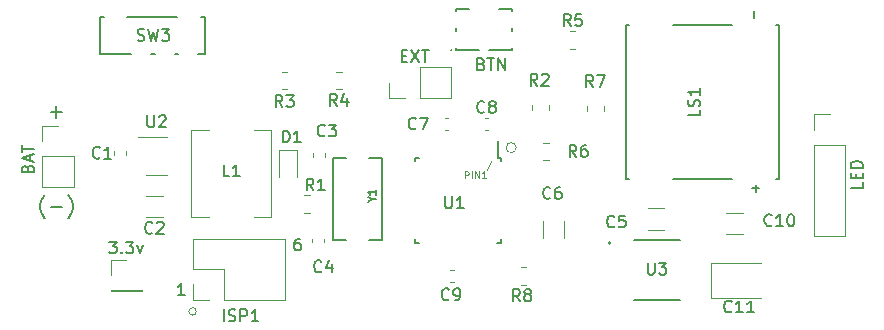
<source format=gbr>
%TF.GenerationSoftware,KiCad,Pcbnew,(5.1.9-0-10_14)*%
%TF.CreationDate,2022-07-10T13:30:40-04:00*%
%TF.ProjectId,raygun,72617967-756e-42e6-9b69-6361645f7063,rev?*%
%TF.SameCoordinates,Original*%
%TF.FileFunction,Legend,Top*%
%TF.FilePolarity,Positive*%
%FSLAX46Y46*%
G04 Gerber Fmt 4.6, Leading zero omitted, Abs format (unit mm)*
G04 Created by KiCad (PCBNEW (5.1.9-0-10_14)) date 2022-07-10 13:30:40*
%MOMM*%
%LPD*%
G01*
G04 APERTURE LIST*
%ADD10C,0.150000*%
%ADD11C,0.120000*%
%ADD12C,0.060000*%
%ADD13C,0.200000*%
%ADD14C,0.127000*%
G04 APERTURE END LIST*
D10*
X106515476Y-87802380D02*
X106325000Y-87802380D01*
X106229761Y-87850000D01*
X106182142Y-87897619D01*
X106086904Y-88040476D01*
X106039285Y-88230952D01*
X106039285Y-88611904D01*
X106086904Y-88707142D01*
X106134523Y-88754761D01*
X106229761Y-88802380D01*
X106420238Y-88802380D01*
X106515476Y-88754761D01*
X106563095Y-88707142D01*
X106610714Y-88611904D01*
X106610714Y-88373809D01*
X106563095Y-88278571D01*
X106515476Y-88230952D01*
X106420238Y-88183333D01*
X106229761Y-88183333D01*
X106134523Y-88230952D01*
X106086904Y-88278571D01*
X106039285Y-88373809D01*
X96760714Y-92602380D02*
X96189285Y-92602380D01*
X96475000Y-92602380D02*
X96475000Y-91602380D01*
X96379761Y-91745238D01*
X96284523Y-91840476D01*
X96189285Y-91888095D01*
D11*
X122650000Y-81250000D02*
X122325000Y-82025000D01*
D12*
X120450000Y-82696428D02*
X120450000Y-82096428D01*
X120678571Y-82096428D01*
X120735714Y-82125000D01*
X120764285Y-82153571D01*
X120792857Y-82210714D01*
X120792857Y-82296428D01*
X120764285Y-82353571D01*
X120735714Y-82382142D01*
X120678571Y-82410714D01*
X120450000Y-82410714D01*
X121050000Y-82696428D02*
X121050000Y-82096428D01*
X121335714Y-82696428D02*
X121335714Y-82096428D01*
X121678571Y-82696428D01*
X121678571Y-82096428D01*
X122278571Y-82696428D02*
X121935714Y-82696428D01*
X122107142Y-82696428D02*
X122107142Y-82096428D01*
X122050000Y-82182142D01*
X121992857Y-82239285D01*
X121935714Y-82267857D01*
D10*
X83453571Y-81863095D02*
X83501190Y-81720238D01*
X83548809Y-81672619D01*
X83644047Y-81625000D01*
X83786904Y-81625000D01*
X83882142Y-81672619D01*
X83929761Y-81720238D01*
X83977380Y-81815476D01*
X83977380Y-82196428D01*
X82977380Y-82196428D01*
X82977380Y-81863095D01*
X83025000Y-81767857D01*
X83072619Y-81720238D01*
X83167857Y-81672619D01*
X83263095Y-81672619D01*
X83358333Y-81720238D01*
X83405952Y-81767857D01*
X83453571Y-81863095D01*
X83453571Y-82196428D01*
X83691666Y-81244047D02*
X83691666Y-80767857D01*
X83977380Y-81339285D02*
X82977380Y-81005952D01*
X83977380Y-80672619D01*
X82977380Y-80482142D02*
X82977380Y-79910714D01*
X83977380Y-80196428D02*
X82977380Y-80196428D01*
D11*
X124824264Y-80100000D02*
G75*
G03*
X124824264Y-80100000I-424264J0D01*
G01*
D10*
X154152380Y-83042857D02*
X154152380Y-83519047D01*
X153152380Y-83519047D01*
X153628571Y-82709523D02*
X153628571Y-82376190D01*
X154152380Y-82233333D02*
X154152380Y-82709523D01*
X153152380Y-82709523D01*
X153152380Y-82233333D01*
X154152380Y-81804761D02*
X153152380Y-81804761D01*
X153152380Y-81566666D01*
X153200000Y-81423809D01*
X153295238Y-81328571D01*
X153390476Y-81280952D01*
X153580952Y-81233333D01*
X153723809Y-81233333D01*
X153914285Y-81280952D01*
X154009523Y-81328571D01*
X154104761Y-81423809D01*
X154152380Y-81566666D01*
X154152380Y-81804761D01*
X90371428Y-88052380D02*
X90990476Y-88052380D01*
X90657142Y-88433333D01*
X90800000Y-88433333D01*
X90895238Y-88480952D01*
X90942857Y-88528571D01*
X90990476Y-88623809D01*
X90990476Y-88861904D01*
X90942857Y-88957142D01*
X90895238Y-89004761D01*
X90800000Y-89052380D01*
X90514285Y-89052380D01*
X90419047Y-89004761D01*
X90371428Y-88957142D01*
X91419047Y-88957142D02*
X91466666Y-89004761D01*
X91419047Y-89052380D01*
X91371428Y-89004761D01*
X91419047Y-88957142D01*
X91419047Y-89052380D01*
X91800000Y-88052380D02*
X92419047Y-88052380D01*
X92085714Y-88433333D01*
X92228571Y-88433333D01*
X92323809Y-88480952D01*
X92371428Y-88528571D01*
X92419047Y-88623809D01*
X92419047Y-88861904D01*
X92371428Y-88957142D01*
X92323809Y-89004761D01*
X92228571Y-89052380D01*
X91942857Y-89052380D01*
X91847619Y-89004761D01*
X91800000Y-88957142D01*
X92752380Y-88385714D02*
X92990476Y-89052380D01*
X93228571Y-88385714D01*
X121866666Y-73028571D02*
X122009523Y-73076190D01*
X122057142Y-73123809D01*
X122104761Y-73219047D01*
X122104761Y-73361904D01*
X122057142Y-73457142D01*
X122009523Y-73504761D01*
X121914285Y-73552380D01*
X121533333Y-73552380D01*
X121533333Y-72552380D01*
X121866666Y-72552380D01*
X121961904Y-72600000D01*
X122009523Y-72647619D01*
X122057142Y-72742857D01*
X122057142Y-72838095D01*
X122009523Y-72933333D01*
X121961904Y-72980952D01*
X121866666Y-73028571D01*
X121533333Y-73028571D01*
X122390476Y-72552380D02*
X122961904Y-72552380D01*
X122676190Y-73552380D02*
X122676190Y-72552380D01*
X123295238Y-73552380D02*
X123295238Y-72552380D01*
X123866666Y-73552380D01*
X123866666Y-72552380D01*
X115128571Y-72303571D02*
X115461904Y-72303571D01*
X115604761Y-72827380D02*
X115128571Y-72827380D01*
X115128571Y-71827380D01*
X115604761Y-71827380D01*
X115938095Y-71827380D02*
X116604761Y-72827380D01*
X116604761Y-71827380D02*
X115938095Y-72827380D01*
X116842857Y-71827380D02*
X117414285Y-71827380D01*
X117128571Y-72827380D02*
X117128571Y-71827380D01*
D11*
X97741228Y-93966227D02*
G75*
G03*
X97741228Y-93966227I-316228J0D01*
G01*
D13*
X84909523Y-86083333D02*
X84847619Y-86021428D01*
X84723809Y-85835714D01*
X84661904Y-85711904D01*
X84600000Y-85526190D01*
X84538095Y-85216666D01*
X84538095Y-84969047D01*
X84600000Y-84659523D01*
X84661904Y-84473809D01*
X84723809Y-84350000D01*
X84847619Y-84164285D01*
X84909523Y-84102380D01*
X85404761Y-85092857D02*
X86395238Y-85092857D01*
X86890476Y-86083333D02*
X86952380Y-86021428D01*
X87076190Y-85835714D01*
X87138095Y-85711904D01*
X87200000Y-85526190D01*
X87261904Y-85216666D01*
X87261904Y-84969047D01*
X87200000Y-84659523D01*
X87138095Y-84473809D01*
X87076190Y-84350000D01*
X86952380Y-84164285D01*
X86890476Y-84102380D01*
D10*
X85404761Y-77067857D02*
X86395238Y-77067857D01*
X85900000Y-77563095D02*
X85900000Y-76572619D01*
D13*
%TO.C,SW1*%
X119350000Y-71800000D02*
G75*
G03*
X119350000Y-71800000I-50000J0D01*
G01*
D14*
X124450000Y-68560000D02*
X124450000Y-68350000D01*
X119750000Y-68560000D02*
X119750000Y-68350000D01*
X119750000Y-70250000D02*
X119750000Y-69950000D01*
X124450000Y-69940000D02*
X124450000Y-70250000D01*
X119750000Y-71850000D02*
X119750000Y-71660000D01*
X121640000Y-71850000D02*
X119750000Y-71850000D01*
X124450000Y-71850000D02*
X124450000Y-71640000D01*
X122520000Y-71850000D02*
X124450000Y-71850000D01*
X120800000Y-68350000D02*
X119750000Y-68350000D01*
X124450000Y-68350000D02*
X123400000Y-68350000D01*
D11*
%TO.C,R8*%
X125197936Y-91710000D02*
X125652064Y-91710000D01*
X125197936Y-90240000D02*
X125652064Y-90240000D01*
%TO.C,R7*%
X132260000Y-77027064D02*
X132260000Y-76572936D01*
X130790000Y-77027064D02*
X130790000Y-76572936D01*
%TO.C,R6*%
X127577064Y-79715000D02*
X127122936Y-79715000D01*
X127577064Y-81185000D02*
X127122936Y-81185000D01*
%TO.C,ISP1*%
X97495400Y-91670480D02*
X97495400Y-93000480D01*
X97495400Y-93000480D02*
X98825400Y-93000480D01*
X97495400Y-90400480D02*
X100095400Y-90400480D01*
X100095400Y-90400480D02*
X100095400Y-93000480D01*
X100095400Y-93000480D02*
X105235400Y-93000480D01*
X105235400Y-87800480D02*
X105235400Y-93000480D01*
X97495400Y-87800480D02*
X105235400Y-87800480D01*
X97495400Y-87800480D02*
X97495400Y-90400480D01*
D13*
%TO.C,SW3*%
X92200000Y-72200000D02*
X89550000Y-72200000D01*
X89550000Y-72200000D02*
X89550000Y-69000000D01*
X89550000Y-69000000D02*
X89900000Y-69000000D01*
X96100000Y-69000000D02*
X91900000Y-69000000D01*
X98100000Y-69000000D02*
X98450000Y-69000000D01*
X98450000Y-69000000D02*
X98450000Y-72200000D01*
X98450000Y-72200000D02*
X97900000Y-72200000D01*
X96200000Y-72200000D02*
X95900000Y-72200000D01*
X94200000Y-72200000D02*
X93900000Y-72200000D01*
D11*
%TO.C,R5*%
X129372936Y-70265000D02*
X129827064Y-70265000D01*
X129372936Y-71735000D02*
X129827064Y-71735000D01*
%TO.C,SWTCH1*%
X119270000Y-75930000D02*
X119270000Y-73270000D01*
X116670000Y-75930000D02*
X119270000Y-75930000D01*
X116670000Y-73270000D02*
X119270000Y-73270000D01*
X116670000Y-75930000D02*
X116670000Y-73270000D01*
X115400000Y-75930000D02*
X114070000Y-75930000D01*
X114070000Y-75930000D02*
X114070000Y-74600000D01*
%TO.C,R4*%
X110056664Y-73687000D02*
X109602536Y-73687000D01*
X110056664Y-75157000D02*
X109602536Y-75157000D01*
%TO.C,R3*%
X105433864Y-73687000D02*
X104979736Y-73687000D01*
X105433864Y-75157000D02*
X104979736Y-75157000D01*
D14*
%TO.C,LS1*%
X134389000Y-82750800D02*
X134089000Y-82750800D01*
X134089000Y-82750800D02*
X134089000Y-69750800D01*
X134089000Y-69750800D02*
X134389000Y-69750800D01*
X138089000Y-69750800D02*
X143089000Y-69750800D01*
X146789000Y-69750800D02*
X147089000Y-69750800D01*
X147089000Y-69750800D02*
X147089000Y-82750800D01*
X147089000Y-82750800D02*
X146789000Y-82750800D01*
X143089000Y-82750800D02*
X138089000Y-82750800D01*
X145089000Y-83850800D02*
X145089000Y-83250800D01*
X144789000Y-83550800D02*
X145389000Y-83550800D01*
X144989000Y-69150800D02*
X144989000Y-68550800D01*
D11*
%TO.C,L1*%
X97285600Y-78596000D02*
X98785600Y-78596000D01*
X97285600Y-85996000D02*
X98785600Y-85996000D01*
X97285600Y-78596000D02*
X97285600Y-85996000D01*
X104085600Y-85996000D02*
X102585600Y-85996000D01*
X104085600Y-78596000D02*
X102585600Y-78596000D01*
X104085600Y-85996000D02*
X104085600Y-78596000D01*
D14*
%TO.C,Y1*%
X109341700Y-80955000D02*
X110381700Y-80955000D01*
X109341700Y-87955000D02*
X109341700Y-80955000D01*
X110381700Y-87955000D02*
X109341700Y-87955000D01*
X113441700Y-87955000D02*
X112401700Y-87955000D01*
X113441700Y-80955000D02*
X113441700Y-87955000D01*
X112401700Y-80955000D02*
X113441700Y-80955000D01*
%TO.C,U3*%
X134816300Y-92999800D02*
X138716300Y-92999800D01*
X134816300Y-87949800D02*
X138716300Y-87949800D01*
D13*
X132826300Y-88169800D02*
G75*
G03*
X132826300Y-88169800I-100000J0D01*
G01*
D11*
%TO.C,U2*%
X95261000Y-79212800D02*
X92811000Y-79212800D01*
X93461000Y-82432800D02*
X95261000Y-82432800D01*
D10*
%TO.C,U1*%
X123300700Y-80944300D02*
X123300700Y-79519300D01*
X123525700Y-88194300D02*
X123525700Y-87869300D01*
X116275700Y-88194300D02*
X116275700Y-87869300D01*
X116275700Y-80944300D02*
X116275700Y-81269300D01*
X123525700Y-80944300D02*
X123525700Y-81269300D01*
X116275700Y-80944300D02*
X116600700Y-80944300D01*
X116275700Y-88194300D02*
X116600700Y-88194300D01*
X123525700Y-88194300D02*
X123200700Y-88194300D01*
X123525700Y-80944300D02*
X123300700Y-80944300D01*
D11*
%TO.C,R2*%
X127635000Y-76927064D02*
X127635000Y-76472936D01*
X126165000Y-76927064D02*
X126165000Y-76472936D01*
%TO.C,R1*%
X107327064Y-84140000D02*
X106872936Y-84140000D01*
X107327064Y-85610000D02*
X106872936Y-85610000D01*
%TO.C,LED1*%
X150028600Y-77283000D02*
X151358600Y-77283000D01*
X150028600Y-78613000D02*
X150028600Y-77283000D01*
X150028600Y-79883000D02*
X152688600Y-79883000D01*
X152688600Y-79883000D02*
X152688600Y-87563000D01*
X150028600Y-79883000D02*
X150028600Y-87563000D01*
X150028600Y-87563000D02*
X152688600Y-87563000D01*
%TO.C,D1*%
X104765000Y-80315000D02*
X104765000Y-82600000D01*
X106235000Y-80315000D02*
X104765000Y-80315000D01*
X106235000Y-82600000D02*
X106235000Y-80315000D01*
%TO.C,C11*%
X141354800Y-92848400D02*
X145564800Y-92848400D01*
X141354800Y-89828400D02*
X141354800Y-92848400D01*
X145564800Y-89828400D02*
X141354800Y-89828400D01*
%TO.C,C10*%
X142595548Y-87422400D02*
X144018052Y-87422400D01*
X142595548Y-85602400D02*
X144018052Y-85602400D01*
%TO.C,C9*%
X119259420Y-91510000D02*
X119540580Y-91510000D01*
X119259420Y-90490000D02*
X119540580Y-90490000D01*
%TO.C,C8*%
X122147420Y-78615000D02*
X122428580Y-78615000D01*
X122147420Y-77595000D02*
X122428580Y-77595000D01*
%TO.C,C7*%
X118782220Y-78589600D02*
X119063380Y-78589600D01*
X118782220Y-77569600D02*
X119063380Y-77569600D01*
%TO.C,C6*%
X128875200Y-87757052D02*
X128875200Y-86334548D01*
X127055200Y-87757052D02*
X127055200Y-86334548D01*
%TO.C,C5*%
X137363252Y-85246800D02*
X135940748Y-85246800D01*
X137363252Y-87066800D02*
X135940748Y-87066800D01*
%TO.C,C4*%
X107528900Y-87832320D02*
X107528900Y-88113480D01*
X108548900Y-87832320D02*
X108548900Y-88113480D01*
%TO.C,C3*%
X108612400Y-80874180D02*
X108612400Y-80593020D01*
X107592400Y-80874180D02*
X107592400Y-80593020D01*
%TO.C,C2*%
X94894452Y-84180000D02*
X93471948Y-84180000D01*
X94894452Y-86000000D02*
X93471948Y-86000000D01*
%TO.C,C1*%
X90777600Y-80402820D02*
X90777600Y-80683980D01*
X91797600Y-80402820D02*
X91797600Y-80683980D01*
%TO.C,BAT1*%
X84699800Y-78248200D02*
X86029800Y-78248200D01*
X84699800Y-79578200D02*
X84699800Y-78248200D01*
X84699800Y-80848200D02*
X87359800Y-80848200D01*
X87359800Y-80848200D02*
X87359800Y-83448200D01*
X84699800Y-80848200D02*
X84699800Y-83448200D01*
X84699800Y-83448200D02*
X87359800Y-83448200D01*
%TO.C,3.3v1*%
X90491000Y-89576600D02*
X91821000Y-89576600D01*
X90491000Y-90906600D02*
X90491000Y-89576600D01*
X90491000Y-92176600D02*
X93151000Y-92176600D01*
X93151000Y-92176600D02*
X93151000Y-92236600D01*
X90491000Y-92176600D02*
X90491000Y-92236600D01*
X90491000Y-92236600D02*
X93151000Y-92236600D01*
%TO.C,R8*%
D10*
X125133333Y-93102380D02*
X124800000Y-92626190D01*
X124561904Y-93102380D02*
X124561904Y-92102380D01*
X124942857Y-92102380D01*
X125038095Y-92150000D01*
X125085714Y-92197619D01*
X125133333Y-92292857D01*
X125133333Y-92435714D01*
X125085714Y-92530952D01*
X125038095Y-92578571D01*
X124942857Y-92626190D01*
X124561904Y-92626190D01*
X125704761Y-92530952D02*
X125609523Y-92483333D01*
X125561904Y-92435714D01*
X125514285Y-92340476D01*
X125514285Y-92292857D01*
X125561904Y-92197619D01*
X125609523Y-92150000D01*
X125704761Y-92102380D01*
X125895238Y-92102380D01*
X125990476Y-92150000D01*
X126038095Y-92197619D01*
X126085714Y-92292857D01*
X126085714Y-92340476D01*
X126038095Y-92435714D01*
X125990476Y-92483333D01*
X125895238Y-92530952D01*
X125704761Y-92530952D01*
X125609523Y-92578571D01*
X125561904Y-92626190D01*
X125514285Y-92721428D01*
X125514285Y-92911904D01*
X125561904Y-93007142D01*
X125609523Y-93054761D01*
X125704761Y-93102380D01*
X125895238Y-93102380D01*
X125990476Y-93054761D01*
X126038095Y-93007142D01*
X126085714Y-92911904D01*
X126085714Y-92721428D01*
X126038095Y-92626190D01*
X125990476Y-92578571D01*
X125895238Y-92530952D01*
%TO.C,R7*%
X131333333Y-74977380D02*
X131000000Y-74501190D01*
X130761904Y-74977380D02*
X130761904Y-73977380D01*
X131142857Y-73977380D01*
X131238095Y-74025000D01*
X131285714Y-74072619D01*
X131333333Y-74167857D01*
X131333333Y-74310714D01*
X131285714Y-74405952D01*
X131238095Y-74453571D01*
X131142857Y-74501190D01*
X130761904Y-74501190D01*
X131666666Y-73977380D02*
X132333333Y-73977380D01*
X131904761Y-74977380D01*
%TO.C,R6*%
X129908333Y-80877380D02*
X129575000Y-80401190D01*
X129336904Y-80877380D02*
X129336904Y-79877380D01*
X129717857Y-79877380D01*
X129813095Y-79925000D01*
X129860714Y-79972619D01*
X129908333Y-80067857D01*
X129908333Y-80210714D01*
X129860714Y-80305952D01*
X129813095Y-80353571D01*
X129717857Y-80401190D01*
X129336904Y-80401190D01*
X130765476Y-79877380D02*
X130575000Y-79877380D01*
X130479761Y-79925000D01*
X130432142Y-79972619D01*
X130336904Y-80115476D01*
X130289285Y-80305952D01*
X130289285Y-80686904D01*
X130336904Y-80782142D01*
X130384523Y-80829761D01*
X130479761Y-80877380D01*
X130670238Y-80877380D01*
X130765476Y-80829761D01*
X130813095Y-80782142D01*
X130860714Y-80686904D01*
X130860714Y-80448809D01*
X130813095Y-80353571D01*
X130765476Y-80305952D01*
X130670238Y-80258333D01*
X130479761Y-80258333D01*
X130384523Y-80305952D01*
X130336904Y-80353571D01*
X130289285Y-80448809D01*
%TO.C,ISP1*%
X100047619Y-94802380D02*
X100047619Y-93802380D01*
X100476190Y-94754761D02*
X100619047Y-94802380D01*
X100857142Y-94802380D01*
X100952380Y-94754761D01*
X101000000Y-94707142D01*
X101047619Y-94611904D01*
X101047619Y-94516666D01*
X101000000Y-94421428D01*
X100952380Y-94373809D01*
X100857142Y-94326190D01*
X100666666Y-94278571D01*
X100571428Y-94230952D01*
X100523809Y-94183333D01*
X100476190Y-94088095D01*
X100476190Y-93992857D01*
X100523809Y-93897619D01*
X100571428Y-93850000D01*
X100666666Y-93802380D01*
X100904761Y-93802380D01*
X101047619Y-93850000D01*
X101476190Y-94802380D02*
X101476190Y-93802380D01*
X101857142Y-93802380D01*
X101952380Y-93850000D01*
X102000000Y-93897619D01*
X102047619Y-93992857D01*
X102047619Y-94135714D01*
X102000000Y-94230952D01*
X101952380Y-94278571D01*
X101857142Y-94326190D01*
X101476190Y-94326190D01*
X103000000Y-94802380D02*
X102428571Y-94802380D01*
X102714285Y-94802380D02*
X102714285Y-93802380D01*
X102619047Y-93945238D01*
X102523809Y-94040476D01*
X102428571Y-94088095D01*
%TO.C,SW3*%
X92766666Y-71004761D02*
X92909523Y-71052380D01*
X93147619Y-71052380D01*
X93242857Y-71004761D01*
X93290476Y-70957142D01*
X93338095Y-70861904D01*
X93338095Y-70766666D01*
X93290476Y-70671428D01*
X93242857Y-70623809D01*
X93147619Y-70576190D01*
X92957142Y-70528571D01*
X92861904Y-70480952D01*
X92814285Y-70433333D01*
X92766666Y-70338095D01*
X92766666Y-70242857D01*
X92814285Y-70147619D01*
X92861904Y-70100000D01*
X92957142Y-70052380D01*
X93195238Y-70052380D01*
X93338095Y-70100000D01*
X93671428Y-70052380D02*
X93909523Y-71052380D01*
X94100000Y-70338095D01*
X94290476Y-71052380D01*
X94528571Y-70052380D01*
X94814285Y-70052380D02*
X95433333Y-70052380D01*
X95100000Y-70433333D01*
X95242857Y-70433333D01*
X95338095Y-70480952D01*
X95385714Y-70528571D01*
X95433333Y-70623809D01*
X95433333Y-70861904D01*
X95385714Y-70957142D01*
X95338095Y-71004761D01*
X95242857Y-71052380D01*
X94957142Y-71052380D01*
X94861904Y-71004761D01*
X94814285Y-70957142D01*
%TO.C,R5*%
X129433333Y-69802380D02*
X129100000Y-69326190D01*
X128861904Y-69802380D02*
X128861904Y-68802380D01*
X129242857Y-68802380D01*
X129338095Y-68850000D01*
X129385714Y-68897619D01*
X129433333Y-68992857D01*
X129433333Y-69135714D01*
X129385714Y-69230952D01*
X129338095Y-69278571D01*
X129242857Y-69326190D01*
X128861904Y-69326190D01*
X130338095Y-68802380D02*
X129861904Y-68802380D01*
X129814285Y-69278571D01*
X129861904Y-69230952D01*
X129957142Y-69183333D01*
X130195238Y-69183333D01*
X130290476Y-69230952D01*
X130338095Y-69278571D01*
X130385714Y-69373809D01*
X130385714Y-69611904D01*
X130338095Y-69707142D01*
X130290476Y-69754761D01*
X130195238Y-69802380D01*
X129957142Y-69802380D01*
X129861904Y-69754761D01*
X129814285Y-69707142D01*
%TO.C,R4*%
X109633333Y-76552380D02*
X109300000Y-76076190D01*
X109061904Y-76552380D02*
X109061904Y-75552380D01*
X109442857Y-75552380D01*
X109538095Y-75600000D01*
X109585714Y-75647619D01*
X109633333Y-75742857D01*
X109633333Y-75885714D01*
X109585714Y-75980952D01*
X109538095Y-76028571D01*
X109442857Y-76076190D01*
X109061904Y-76076190D01*
X110490476Y-75885714D02*
X110490476Y-76552380D01*
X110252380Y-75504761D02*
X110014285Y-76219047D01*
X110633333Y-76219047D01*
%TO.C,R3*%
X105033333Y-76652380D02*
X104700000Y-76176190D01*
X104461904Y-76652380D02*
X104461904Y-75652380D01*
X104842857Y-75652380D01*
X104938095Y-75700000D01*
X104985714Y-75747619D01*
X105033333Y-75842857D01*
X105033333Y-75985714D01*
X104985714Y-76080952D01*
X104938095Y-76128571D01*
X104842857Y-76176190D01*
X104461904Y-76176190D01*
X105366666Y-75652380D02*
X105985714Y-75652380D01*
X105652380Y-76033333D01*
X105795238Y-76033333D01*
X105890476Y-76080952D01*
X105938095Y-76128571D01*
X105985714Y-76223809D01*
X105985714Y-76461904D01*
X105938095Y-76557142D01*
X105890476Y-76604761D01*
X105795238Y-76652380D01*
X105509523Y-76652380D01*
X105414285Y-76604761D01*
X105366666Y-76557142D01*
%TO.C,LS1*%
X140383157Y-76896749D02*
X140383157Y-77375231D01*
X139378346Y-77375231D01*
X140335309Y-76609661D02*
X140383157Y-76466116D01*
X140383157Y-76226875D01*
X140335309Y-76131179D01*
X140287461Y-76083331D01*
X140191764Y-76035483D01*
X140096068Y-76035483D01*
X140000372Y-76083331D01*
X139952524Y-76131179D01*
X139904675Y-76226875D01*
X139856827Y-76418268D01*
X139808979Y-76513964D01*
X139761131Y-76561812D01*
X139665435Y-76609661D01*
X139569738Y-76609661D01*
X139474042Y-76561812D01*
X139426194Y-76513964D01*
X139378346Y-76418268D01*
X139378346Y-76179027D01*
X139426194Y-76035483D01*
X140383157Y-75078520D02*
X140383157Y-75652698D01*
X140383157Y-75365609D02*
X139378346Y-75365609D01*
X139521890Y-75461305D01*
X139617587Y-75557001D01*
X139665435Y-75652698D01*
%TO.C,L1*%
X100544333Y-82545180D02*
X100068142Y-82545180D01*
X100068142Y-81545180D01*
X101401476Y-82545180D02*
X100830047Y-82545180D01*
X101115761Y-82545180D02*
X101115761Y-81545180D01*
X101020523Y-81688038D01*
X100925285Y-81783276D01*
X100830047Y-81830895D01*
%TO.C,Y1*%
X112633727Y-84481041D02*
X112939169Y-84481041D01*
X112297741Y-84694851D02*
X112633727Y-84481041D01*
X112297741Y-84267232D01*
X112939169Y-83717437D02*
X112939169Y-84083967D01*
X112939169Y-83900702D02*
X112297741Y-83900702D01*
X112389374Y-83961790D01*
X112450462Y-84022879D01*
X112481006Y-84083967D01*
%TO.C,U3*%
X135966295Y-89850980D02*
X135966295Y-90660504D01*
X136013914Y-90755742D01*
X136061533Y-90803361D01*
X136156771Y-90850980D01*
X136347247Y-90850980D01*
X136442485Y-90803361D01*
X136490104Y-90755742D01*
X136537723Y-90660504D01*
X136537723Y-89850980D01*
X136918676Y-89850980D02*
X137537723Y-89850980D01*
X137204390Y-90231933D01*
X137347247Y-90231933D01*
X137442485Y-90279552D01*
X137490104Y-90327171D01*
X137537723Y-90422409D01*
X137537723Y-90660504D01*
X137490104Y-90755742D01*
X137442485Y-90803361D01*
X137347247Y-90850980D01*
X137061533Y-90850980D01*
X136966295Y-90803361D01*
X136918676Y-90755742D01*
%TO.C,U2*%
X93599095Y-77375180D02*
X93599095Y-78184704D01*
X93646714Y-78279942D01*
X93694333Y-78327561D01*
X93789571Y-78375180D01*
X93980047Y-78375180D01*
X94075285Y-78327561D01*
X94122904Y-78279942D01*
X94170523Y-78184704D01*
X94170523Y-77375180D01*
X94599095Y-77470419D02*
X94646714Y-77422800D01*
X94741952Y-77375180D01*
X94980047Y-77375180D01*
X95075285Y-77422800D01*
X95122904Y-77470419D01*
X95170523Y-77565657D01*
X95170523Y-77660895D01*
X95122904Y-77803752D01*
X94551476Y-78375180D01*
X95170523Y-78375180D01*
%TO.C,U1*%
X118821295Y-84237580D02*
X118821295Y-85047104D01*
X118868914Y-85142342D01*
X118916533Y-85189961D01*
X119011771Y-85237580D01*
X119202247Y-85237580D01*
X119297485Y-85189961D01*
X119345104Y-85142342D01*
X119392723Y-85047104D01*
X119392723Y-84237580D01*
X120392723Y-85237580D02*
X119821295Y-85237580D01*
X120107009Y-85237580D02*
X120107009Y-84237580D01*
X120011771Y-84380438D01*
X119916533Y-84475676D01*
X119821295Y-84523295D01*
%TO.C,R2*%
X126608333Y-74852380D02*
X126275000Y-74376190D01*
X126036904Y-74852380D02*
X126036904Y-73852380D01*
X126417857Y-73852380D01*
X126513095Y-73900000D01*
X126560714Y-73947619D01*
X126608333Y-74042857D01*
X126608333Y-74185714D01*
X126560714Y-74280952D01*
X126513095Y-74328571D01*
X126417857Y-74376190D01*
X126036904Y-74376190D01*
X126989285Y-73947619D02*
X127036904Y-73900000D01*
X127132142Y-73852380D01*
X127370238Y-73852380D01*
X127465476Y-73900000D01*
X127513095Y-73947619D01*
X127560714Y-74042857D01*
X127560714Y-74138095D01*
X127513095Y-74280952D01*
X126941666Y-74852380D01*
X127560714Y-74852380D01*
%TO.C,R1*%
X107658333Y-83727380D02*
X107325000Y-83251190D01*
X107086904Y-83727380D02*
X107086904Y-82727380D01*
X107467857Y-82727380D01*
X107563095Y-82775000D01*
X107610714Y-82822619D01*
X107658333Y-82917857D01*
X107658333Y-83060714D01*
X107610714Y-83155952D01*
X107563095Y-83203571D01*
X107467857Y-83251190D01*
X107086904Y-83251190D01*
X108610714Y-83727380D02*
X108039285Y-83727380D01*
X108325000Y-83727380D02*
X108325000Y-82727380D01*
X108229761Y-82870238D01*
X108134523Y-82965476D01*
X108039285Y-83013095D01*
%TO.C,D1*%
X105061904Y-79652380D02*
X105061904Y-78652380D01*
X105300000Y-78652380D01*
X105442857Y-78700000D01*
X105538095Y-78795238D01*
X105585714Y-78890476D01*
X105633333Y-79080952D01*
X105633333Y-79223809D01*
X105585714Y-79414285D01*
X105538095Y-79509523D01*
X105442857Y-79604761D01*
X105300000Y-79652380D01*
X105061904Y-79652380D01*
X106585714Y-79652380D02*
X106014285Y-79652380D01*
X106300000Y-79652380D02*
X106300000Y-78652380D01*
X106204761Y-78795238D01*
X106109523Y-78890476D01*
X106014285Y-78938095D01*
%TO.C,C11*%
X143057142Y-93957142D02*
X143009523Y-94004761D01*
X142866666Y-94052380D01*
X142771428Y-94052380D01*
X142628571Y-94004761D01*
X142533333Y-93909523D01*
X142485714Y-93814285D01*
X142438095Y-93623809D01*
X142438095Y-93480952D01*
X142485714Y-93290476D01*
X142533333Y-93195238D01*
X142628571Y-93100000D01*
X142771428Y-93052380D01*
X142866666Y-93052380D01*
X143009523Y-93100000D01*
X143057142Y-93147619D01*
X144009523Y-94052380D02*
X143438095Y-94052380D01*
X143723809Y-94052380D02*
X143723809Y-93052380D01*
X143628571Y-93195238D01*
X143533333Y-93290476D01*
X143438095Y-93338095D01*
X144961904Y-94052380D02*
X144390476Y-94052380D01*
X144676190Y-94052380D02*
X144676190Y-93052380D01*
X144580952Y-93195238D01*
X144485714Y-93290476D01*
X144390476Y-93338095D01*
%TO.C,C10*%
X146457142Y-86657142D02*
X146409523Y-86704761D01*
X146266666Y-86752380D01*
X146171428Y-86752380D01*
X146028571Y-86704761D01*
X145933333Y-86609523D01*
X145885714Y-86514285D01*
X145838095Y-86323809D01*
X145838095Y-86180952D01*
X145885714Y-85990476D01*
X145933333Y-85895238D01*
X146028571Y-85800000D01*
X146171428Y-85752380D01*
X146266666Y-85752380D01*
X146409523Y-85800000D01*
X146457142Y-85847619D01*
X147409523Y-86752380D02*
X146838095Y-86752380D01*
X147123809Y-86752380D02*
X147123809Y-85752380D01*
X147028571Y-85895238D01*
X146933333Y-85990476D01*
X146838095Y-86038095D01*
X148028571Y-85752380D02*
X148123809Y-85752380D01*
X148219047Y-85800000D01*
X148266666Y-85847619D01*
X148314285Y-85942857D01*
X148361904Y-86133333D01*
X148361904Y-86371428D01*
X148314285Y-86561904D01*
X148266666Y-86657142D01*
X148219047Y-86704761D01*
X148123809Y-86752380D01*
X148028571Y-86752380D01*
X147933333Y-86704761D01*
X147885714Y-86657142D01*
X147838095Y-86561904D01*
X147790476Y-86371428D01*
X147790476Y-86133333D01*
X147838095Y-85942857D01*
X147885714Y-85847619D01*
X147933333Y-85800000D01*
X148028571Y-85752380D01*
%TO.C,C9*%
X119131733Y-92931942D02*
X119084114Y-92979561D01*
X118941257Y-93027180D01*
X118846019Y-93027180D01*
X118703161Y-92979561D01*
X118607923Y-92884323D01*
X118560304Y-92789085D01*
X118512685Y-92598609D01*
X118512685Y-92455752D01*
X118560304Y-92265276D01*
X118607923Y-92170038D01*
X118703161Y-92074800D01*
X118846019Y-92027180D01*
X118941257Y-92027180D01*
X119084114Y-92074800D01*
X119131733Y-92122419D01*
X119607923Y-93027180D02*
X119798400Y-93027180D01*
X119893638Y-92979561D01*
X119941257Y-92931942D01*
X120036495Y-92789085D01*
X120084114Y-92598609D01*
X120084114Y-92217657D01*
X120036495Y-92122419D01*
X119988876Y-92074800D01*
X119893638Y-92027180D01*
X119703161Y-92027180D01*
X119607923Y-92074800D01*
X119560304Y-92122419D01*
X119512685Y-92217657D01*
X119512685Y-92455752D01*
X119560304Y-92550990D01*
X119607923Y-92598609D01*
X119703161Y-92646228D01*
X119893638Y-92646228D01*
X119988876Y-92598609D01*
X120036495Y-92550990D01*
X120084114Y-92455752D01*
%TO.C,C8*%
X122133333Y-77057142D02*
X122085714Y-77104761D01*
X121942857Y-77152380D01*
X121847619Y-77152380D01*
X121704761Y-77104761D01*
X121609523Y-77009523D01*
X121561904Y-76914285D01*
X121514285Y-76723809D01*
X121514285Y-76580952D01*
X121561904Y-76390476D01*
X121609523Y-76295238D01*
X121704761Y-76200000D01*
X121847619Y-76152380D01*
X121942857Y-76152380D01*
X122085714Y-76200000D01*
X122133333Y-76247619D01*
X122704761Y-76580952D02*
X122609523Y-76533333D01*
X122561904Y-76485714D01*
X122514285Y-76390476D01*
X122514285Y-76342857D01*
X122561904Y-76247619D01*
X122609523Y-76200000D01*
X122704761Y-76152380D01*
X122895238Y-76152380D01*
X122990476Y-76200000D01*
X123038095Y-76247619D01*
X123085714Y-76342857D01*
X123085714Y-76390476D01*
X123038095Y-76485714D01*
X122990476Y-76533333D01*
X122895238Y-76580952D01*
X122704761Y-76580952D01*
X122609523Y-76628571D01*
X122561904Y-76676190D01*
X122514285Y-76771428D01*
X122514285Y-76961904D01*
X122561904Y-77057142D01*
X122609523Y-77104761D01*
X122704761Y-77152380D01*
X122895238Y-77152380D01*
X122990476Y-77104761D01*
X123038095Y-77057142D01*
X123085714Y-76961904D01*
X123085714Y-76771428D01*
X123038095Y-76676190D01*
X122990476Y-76628571D01*
X122895238Y-76580952D01*
%TO.C,C7*%
X116333333Y-78457142D02*
X116285714Y-78504761D01*
X116142857Y-78552380D01*
X116047619Y-78552380D01*
X115904761Y-78504761D01*
X115809523Y-78409523D01*
X115761904Y-78314285D01*
X115714285Y-78123809D01*
X115714285Y-77980952D01*
X115761904Y-77790476D01*
X115809523Y-77695238D01*
X115904761Y-77600000D01*
X116047619Y-77552380D01*
X116142857Y-77552380D01*
X116285714Y-77600000D01*
X116333333Y-77647619D01*
X116666666Y-77552380D02*
X117333333Y-77552380D01*
X116904761Y-78552380D01*
%TO.C,C6*%
X127708333Y-84357142D02*
X127660714Y-84404761D01*
X127517857Y-84452380D01*
X127422619Y-84452380D01*
X127279761Y-84404761D01*
X127184523Y-84309523D01*
X127136904Y-84214285D01*
X127089285Y-84023809D01*
X127089285Y-83880952D01*
X127136904Y-83690476D01*
X127184523Y-83595238D01*
X127279761Y-83500000D01*
X127422619Y-83452380D01*
X127517857Y-83452380D01*
X127660714Y-83500000D01*
X127708333Y-83547619D01*
X128565476Y-83452380D02*
X128375000Y-83452380D01*
X128279761Y-83500000D01*
X128232142Y-83547619D01*
X128136904Y-83690476D01*
X128089285Y-83880952D01*
X128089285Y-84261904D01*
X128136904Y-84357142D01*
X128184523Y-84404761D01*
X128279761Y-84452380D01*
X128470238Y-84452380D01*
X128565476Y-84404761D01*
X128613095Y-84357142D01*
X128660714Y-84261904D01*
X128660714Y-84023809D01*
X128613095Y-83928571D01*
X128565476Y-83880952D01*
X128470238Y-83833333D01*
X128279761Y-83833333D01*
X128184523Y-83880952D01*
X128136904Y-83928571D01*
X128089285Y-84023809D01*
%TO.C,C5*%
X133133333Y-86757142D02*
X133085714Y-86804761D01*
X132942857Y-86852380D01*
X132847619Y-86852380D01*
X132704761Y-86804761D01*
X132609523Y-86709523D01*
X132561904Y-86614285D01*
X132514285Y-86423809D01*
X132514285Y-86280952D01*
X132561904Y-86090476D01*
X132609523Y-85995238D01*
X132704761Y-85900000D01*
X132847619Y-85852380D01*
X132942857Y-85852380D01*
X133085714Y-85900000D01*
X133133333Y-85947619D01*
X134038095Y-85852380D02*
X133561904Y-85852380D01*
X133514285Y-86328571D01*
X133561904Y-86280952D01*
X133657142Y-86233333D01*
X133895238Y-86233333D01*
X133990476Y-86280952D01*
X134038095Y-86328571D01*
X134085714Y-86423809D01*
X134085714Y-86661904D01*
X134038095Y-86757142D01*
X133990476Y-86804761D01*
X133895238Y-86852380D01*
X133657142Y-86852380D01*
X133561904Y-86804761D01*
X133514285Y-86757142D01*
%TO.C,C4*%
X108333333Y-90557142D02*
X108285714Y-90604761D01*
X108142857Y-90652380D01*
X108047619Y-90652380D01*
X107904761Y-90604761D01*
X107809523Y-90509523D01*
X107761904Y-90414285D01*
X107714285Y-90223809D01*
X107714285Y-90080952D01*
X107761904Y-89890476D01*
X107809523Y-89795238D01*
X107904761Y-89700000D01*
X108047619Y-89652380D01*
X108142857Y-89652380D01*
X108285714Y-89700000D01*
X108333333Y-89747619D01*
X109190476Y-89985714D02*
X109190476Y-90652380D01*
X108952380Y-89604761D02*
X108714285Y-90319047D01*
X109333333Y-90319047D01*
%TO.C,C3*%
X108633333Y-79057142D02*
X108585714Y-79104761D01*
X108442857Y-79152380D01*
X108347619Y-79152380D01*
X108204761Y-79104761D01*
X108109523Y-79009523D01*
X108061904Y-78914285D01*
X108014285Y-78723809D01*
X108014285Y-78580952D01*
X108061904Y-78390476D01*
X108109523Y-78295238D01*
X108204761Y-78200000D01*
X108347619Y-78152380D01*
X108442857Y-78152380D01*
X108585714Y-78200000D01*
X108633333Y-78247619D01*
X108966666Y-78152380D02*
X109585714Y-78152380D01*
X109252380Y-78533333D01*
X109395238Y-78533333D01*
X109490476Y-78580952D01*
X109538095Y-78628571D01*
X109585714Y-78723809D01*
X109585714Y-78961904D01*
X109538095Y-79057142D01*
X109490476Y-79104761D01*
X109395238Y-79152380D01*
X109109523Y-79152380D01*
X109014285Y-79104761D01*
X108966666Y-79057142D01*
%TO.C,C2*%
X94016533Y-87297142D02*
X93968914Y-87344761D01*
X93826057Y-87392380D01*
X93730819Y-87392380D01*
X93587961Y-87344761D01*
X93492723Y-87249523D01*
X93445104Y-87154285D01*
X93397485Y-86963809D01*
X93397485Y-86820952D01*
X93445104Y-86630476D01*
X93492723Y-86535238D01*
X93587961Y-86440000D01*
X93730819Y-86392380D01*
X93826057Y-86392380D01*
X93968914Y-86440000D01*
X94016533Y-86487619D01*
X94397485Y-86487619D02*
X94445104Y-86440000D01*
X94540342Y-86392380D01*
X94778438Y-86392380D01*
X94873676Y-86440000D01*
X94921295Y-86487619D01*
X94968914Y-86582857D01*
X94968914Y-86678095D01*
X94921295Y-86820952D01*
X94349866Y-87392380D01*
X94968914Y-87392380D01*
%TO.C,C1*%
X89583333Y-80932142D02*
X89535714Y-80979761D01*
X89392857Y-81027380D01*
X89297619Y-81027380D01*
X89154761Y-80979761D01*
X89059523Y-80884523D01*
X89011904Y-80789285D01*
X88964285Y-80598809D01*
X88964285Y-80455952D01*
X89011904Y-80265476D01*
X89059523Y-80170238D01*
X89154761Y-80075000D01*
X89297619Y-80027380D01*
X89392857Y-80027380D01*
X89535714Y-80075000D01*
X89583333Y-80122619D01*
X90535714Y-81027380D02*
X89964285Y-81027380D01*
X90250000Y-81027380D02*
X90250000Y-80027380D01*
X90154761Y-80170238D01*
X90059523Y-80265476D01*
X89964285Y-80313095D01*
%TD*%
M02*

</source>
